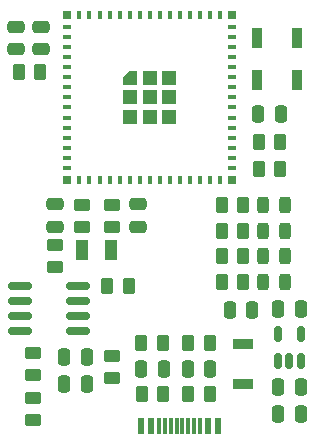
<source format=gtp>
%TF.GenerationSoftware,KiCad,Pcbnew,7.0.2-6a45011f42~172~ubuntu23.04.1*%
%TF.CreationDate,2023-05-23T16:12:18+02:00*%
%TF.ProjectId,pcb,7063622e-6b69-4636-9164-5f7063625858,rev?*%
%TF.SameCoordinates,Original*%
%TF.FileFunction,Paste,Top*%
%TF.FilePolarity,Positive*%
%FSLAX46Y46*%
G04 Gerber Fmt 4.6, Leading zero omitted, Abs format (unit mm)*
G04 Created by KiCad (PCBNEW 7.0.2-6a45011f42~172~ubuntu23.04.1) date 2023-05-23 16:12:18*
%MOMM*%
%LPD*%
G01*
G04 APERTURE LIST*
G04 Aperture macros list*
%AMRoundRect*
0 Rectangle with rounded corners*
0 $1 Rounding radius*
0 $2 $3 $4 $5 $6 $7 $8 $9 X,Y pos of 4 corners*
0 Add a 4 corners polygon primitive as box body*
4,1,4,$2,$3,$4,$5,$6,$7,$8,$9,$2,$3,0*
0 Add four circle primitives for the rounded corners*
1,1,$1+$1,$2,$3*
1,1,$1+$1,$4,$5*
1,1,$1+$1,$6,$7*
1,1,$1+$1,$8,$9*
0 Add four rect primitives between the rounded corners*
20,1,$1+$1,$2,$3,$4,$5,0*
20,1,$1+$1,$4,$5,$6,$7,0*
20,1,$1+$1,$6,$7,$8,$9,0*
20,1,$1+$1,$8,$9,$2,$3,0*%
%AMFreePoly0*
4,1,6,0.600000,-0.600000,-0.600000,-0.600000,-0.600000,0.000000,0.000000,0.600000,0.600000,0.600000,0.600000,-0.600000,0.600000,-0.600000,$1*%
G04 Aperture macros list end*
%ADD10RoundRect,0.243750X0.243750X0.456250X-0.243750X0.456250X-0.243750X-0.456250X0.243750X-0.456250X0*%
%ADD11RoundRect,0.250000X0.250000X0.475000X-0.250000X0.475000X-0.250000X-0.475000X0.250000X-0.475000X0*%
%ADD12R,0.900000X1.700000*%
%ADD13RoundRect,0.250000X0.475000X-0.250000X0.475000X0.250000X-0.475000X0.250000X-0.475000X-0.250000X0*%
%ADD14RoundRect,0.250000X0.450000X-0.262500X0.450000X0.262500X-0.450000X0.262500X-0.450000X-0.262500X0*%
%ADD15RoundRect,0.250000X-0.262500X-0.450000X0.262500X-0.450000X0.262500X0.450000X-0.262500X0.450000X0*%
%ADD16RoundRect,0.250000X-0.250000X-0.475000X0.250000X-0.475000X0.250000X0.475000X-0.250000X0.475000X0*%
%ADD17R,1.700000X0.900000*%
%ADD18RoundRect,0.250000X0.262500X0.450000X-0.262500X0.450000X-0.262500X-0.450000X0.262500X-0.450000X0*%
%ADD19R,1.000000X1.800000*%
%ADD20RoundRect,0.250000X-0.450000X0.262500X-0.450000X-0.262500X0.450000X-0.262500X0.450000X0.262500X0*%
%ADD21R,0.600000X1.450000*%
%ADD22R,0.300000X1.450000*%
%ADD23RoundRect,0.250000X-0.475000X0.250000X-0.475000X-0.250000X0.475000X-0.250000X0.475000X0.250000X0*%
%ADD24RoundRect,0.150000X0.825000X0.150000X-0.825000X0.150000X-0.825000X-0.150000X0.825000X-0.150000X0*%
%ADD25R,0.800000X0.400000*%
%ADD26R,0.400000X0.800000*%
%ADD27FreePoly0,0.000000*%
%ADD28R,1.200000X1.200000*%
%ADD29R,0.800000X0.800000*%
%ADD30RoundRect,0.150000X0.150000X-0.512500X0.150000X0.512500X-0.150000X0.512500X-0.150000X-0.512500X0*%
G04 APERTURE END LIST*
D10*
%TO.C,D2*%
X85113500Y-64135000D03*
X83238500Y-64135000D03*
%TD*%
D11*
%TO.C,C8*%
X86446000Y-81788000D03*
X84546000Y-81788000D03*
%TD*%
D12*
%TO.C,BOOT*%
X86155000Y-53556000D03*
X82755000Y-53556000D03*
%TD*%
D10*
%TO.C,D3*%
X85113500Y-68453000D03*
X83238500Y-68453000D03*
%TD*%
D13*
%TO.C,C9*%
X72644000Y-65974000D03*
X72644000Y-64074000D03*
%TD*%
D14*
%TO.C,R12*%
X65659000Y-69365500D03*
X65659000Y-67540500D03*
%TD*%
D12*
%TO.C,RST*%
X86155000Y-50000000D03*
X82755000Y-50000000D03*
%TD*%
D15*
%TO.C,R13*%
X79756000Y-64135000D03*
X81581000Y-64135000D03*
%TD*%
D16*
%TO.C,C10*%
X76901000Y-77978000D03*
X78801000Y-77978000D03*
%TD*%
D17*
%TO.C,BT1*%
X81534000Y-79297000D03*
X81534000Y-75897000D03*
%TD*%
D15*
%TO.C,R15*%
X79756000Y-66294000D03*
X81581000Y-66294000D03*
%TD*%
%TO.C,R16*%
X79756000Y-70612000D03*
X81581000Y-70612000D03*
%TD*%
D16*
%TO.C,C11*%
X66425000Y-79248000D03*
X68325000Y-79248000D03*
%TD*%
%TO.C,C12*%
X84546000Y-72898000D03*
X86446000Y-72898000D03*
%TD*%
D18*
%TO.C,R1*%
X64412500Y-52832000D03*
X62587500Y-52832000D03*
%TD*%
D10*
%TO.C,D4*%
X85113500Y-66294000D03*
X83238500Y-66294000D03*
%TD*%
D19*
%TO.C,Y1*%
X67932000Y-67945000D03*
X70432000Y-67945000D03*
%TD*%
D20*
%TO.C,R17*%
X70452000Y-64135000D03*
X70452000Y-65960000D03*
%TD*%
D14*
%TO.C,R5*%
X67912000Y-65960000D03*
X67912000Y-64135000D03*
%TD*%
D21*
%TO.C,J3*%
X72950000Y-82823000D03*
X73750000Y-82823000D03*
D22*
X74950000Y-82823000D03*
X75950000Y-82823000D03*
X76450000Y-82823000D03*
X77450000Y-82823000D03*
D21*
X79450000Y-82823000D03*
X78650000Y-82823000D03*
D22*
X77950000Y-82823000D03*
X76950000Y-82823000D03*
X75450000Y-82823000D03*
X74450000Y-82823000D03*
%TD*%
D16*
%TO.C,C13*%
X72964000Y-77978000D03*
X74864000Y-77978000D03*
%TD*%
D14*
%TO.C,R18*%
X63754000Y-82319500D03*
X63754000Y-80494500D03*
%TD*%
D15*
%TO.C,R14*%
X79756000Y-68453000D03*
X81581000Y-68453000D03*
%TD*%
D23*
%TO.C,C2*%
X64500000Y-49050000D03*
X64500000Y-50950000D03*
%TD*%
D24*
%TO.C,U2*%
X67626000Y-74803000D03*
X67626000Y-73533000D03*
X67626000Y-72263000D03*
X67626000Y-70993000D03*
X62676000Y-70993000D03*
X62676000Y-72263000D03*
X62676000Y-73533000D03*
X62676000Y-74803000D03*
%TD*%
D23*
%TO.C,C1*%
X62357000Y-49050000D03*
X62357000Y-50950000D03*
%TD*%
D14*
%TO.C,R6*%
X70485000Y-78740000D03*
X70485000Y-76915000D03*
%TD*%
D16*
%TO.C,C4*%
X66425000Y-76962000D03*
X68325000Y-76962000D03*
%TD*%
D25*
%TO.C,U1*%
X66675000Y-49070000D03*
X66675000Y-49920000D03*
X66675000Y-50770000D03*
X66675000Y-51620000D03*
X66675000Y-52470000D03*
X66675000Y-53320000D03*
X66675000Y-54170000D03*
X66675000Y-55020000D03*
X66675000Y-55870000D03*
X66675000Y-56720000D03*
X66675000Y-57570000D03*
X66675000Y-58420000D03*
X66675000Y-59270000D03*
X66675000Y-60120000D03*
X66675000Y-60970000D03*
D26*
X67725000Y-62020000D03*
X68575000Y-62020000D03*
X69425000Y-62020000D03*
X70275000Y-62020000D03*
X71125000Y-62020000D03*
X71975000Y-62020000D03*
X72825000Y-62020000D03*
X73675000Y-62020000D03*
X74525000Y-62020000D03*
X75375000Y-62020000D03*
X76225000Y-62020000D03*
X77075000Y-62020000D03*
X77925000Y-62020000D03*
X78775000Y-62020000D03*
X79625000Y-62020000D03*
D25*
X80675000Y-60970000D03*
X80675000Y-60120000D03*
X80675000Y-59270000D03*
X80675000Y-58420000D03*
X80675000Y-57570000D03*
X80675000Y-56720000D03*
X80675000Y-55870000D03*
X80675000Y-55020000D03*
X80675000Y-54170000D03*
X80675000Y-53320000D03*
X80675000Y-52470000D03*
X80675000Y-51620000D03*
X80675000Y-50770000D03*
X80675000Y-49920000D03*
X80675000Y-49070000D03*
D26*
X79625000Y-48020000D03*
X78775000Y-48020000D03*
X77925000Y-48020000D03*
X77075000Y-48020000D03*
X76225000Y-48020000D03*
X75375000Y-48020000D03*
X74525000Y-48020000D03*
X73675000Y-48020000D03*
X72825000Y-48020000D03*
X71975000Y-48020000D03*
X71125000Y-48020000D03*
X70275000Y-48020000D03*
X69425000Y-48020000D03*
X68575000Y-48020000D03*
X67725000Y-48020000D03*
D27*
X72025000Y-53370000D03*
D28*
X72025000Y-55020000D03*
X72025000Y-56670000D03*
X73675000Y-53370000D03*
X73675000Y-55020000D03*
X73675000Y-56670000D03*
X75325000Y-53370000D03*
X75325000Y-55020000D03*
X75325000Y-56670000D03*
D29*
X66675000Y-48020000D03*
X66675000Y-62020000D03*
X80675000Y-62020000D03*
X80675000Y-48020000D03*
%TD*%
D18*
%TO.C,R7*%
X78763500Y-75819000D03*
X76938500Y-75819000D03*
%TD*%
D15*
%TO.C,R4*%
X72978000Y-75819000D03*
X74803000Y-75819000D03*
%TD*%
D23*
%TO.C,C5*%
X65659000Y-64074000D03*
X65659000Y-65974000D03*
%TD*%
D14*
%TO.C,R8*%
X63754000Y-78509500D03*
X63754000Y-76684500D03*
%TD*%
D15*
%TO.C,R9*%
X73001500Y-80137000D03*
X74826500Y-80137000D03*
%TD*%
D10*
%TO.C,D1*%
X85113500Y-70612000D03*
X83238500Y-70612000D03*
%TD*%
D30*
%TO.C,U3*%
X84546000Y-77332000D03*
X85496000Y-77332000D03*
X86446000Y-77332000D03*
X86446000Y-75057000D03*
X84546000Y-75057000D03*
%TD*%
D11*
%TO.C,C7*%
X86446000Y-79502000D03*
X84546000Y-79502000D03*
%TD*%
D15*
%TO.C,R11*%
X70080500Y-70993000D03*
X71905500Y-70993000D03*
%TD*%
%TO.C,R3*%
X82907500Y-61087000D03*
X84732500Y-61087000D03*
%TD*%
D18*
%TO.C,R10*%
X78763500Y-80137000D03*
X76938500Y-80137000D03*
%TD*%
D16*
%TO.C,C6*%
X80457000Y-73025000D03*
X82357000Y-73025000D03*
%TD*%
%TO.C,C3*%
X82870000Y-56388000D03*
X84770000Y-56388000D03*
%TD*%
D15*
%TO.C,R2*%
X82907500Y-58801000D03*
X84732500Y-58801000D03*
%TD*%
M02*

</source>
